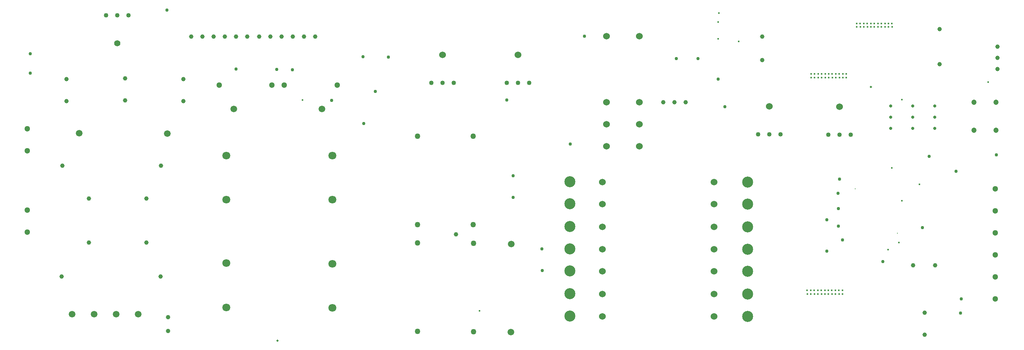
<source format=gbr>
%TF.GenerationSoftware,Altium Limited,Altium Designer,24.3.1 (35)*%
G04 Layer_Color=0*
%FSLAX43Y43*%
%MOMM*%
%TF.SameCoordinates,2EF1D394-34E5-4190-8ABA-250447B0B6E5*%
%TF.FilePolarity,Positive*%
%TF.FileFunction,Plated,1,2,PTH,Drill*%
%TF.Part,Single*%
G01*
G75*
%TA.AperFunction,ComponentDrill*%
%ADD140C,0.762*%
%ADD141C,1.270*%
%ADD142C,1.524*%
%ADD143C,2.500*%
%ADD144C,1.800*%
%ADD145C,1.200*%
%ADD146C,1.000*%
%ADD147C,1.000*%
%ADD148C,1.500*%
%ADD149C,0.762*%
%ADD150C,1.300*%
%ADD151C,1.016*%
%ADD152C,1.397*%
%ADD153C,1.500*%
%ADD154C,1.524*%
%ADD155C,1.300*%
%ADD156C,0.700*%
%ADD157C,0.750*%
%TA.AperFunction,ViaDrill,NotFilled*%
%ADD158C,1.000*%
%ADD159C,0.400*%
%ADD160C,0.500*%
%ADD161C,0.300*%
D140*
X114675Y35725D02*
D03*
Y40675D02*
D03*
X162750Y56350D02*
D03*
X5225Y68325D02*
D03*
X5239Y63925D02*
D03*
X86448Y67625D02*
D03*
X51875Y64925D02*
D03*
X127650Y47875D02*
D03*
X80875Y52525D02*
D03*
X61125Y64778D02*
D03*
X198550Y21175D02*
D03*
X130900Y72325D02*
D03*
X64646Y64757D02*
D03*
X121275Y19150D02*
D03*
X121225Y24100D02*
D03*
X188725Y39952D02*
D03*
X189365Y26070D02*
D03*
X215125Y41725D02*
D03*
X113227Y57825D02*
D03*
X207489Y28895D02*
D03*
X188464Y29250D02*
D03*
X224250Y45403D02*
D03*
X161149Y62575D02*
D03*
X188389Y36677D02*
D03*
X188414Y33189D02*
D03*
X209025Y45100D02*
D03*
D141*
X105667Y29592D02*
D03*
Y49658D02*
D03*
X93000Y25441D02*
D03*
Y5375D02*
D03*
Y49658D02*
D03*
Y29592D02*
D03*
X105725Y5271D02*
D03*
Y25337D02*
D03*
D142*
X160214Y13813D02*
D03*
Y18979D02*
D03*
Y23973D02*
D03*
Y29053D02*
D03*
Y34219D02*
D03*
Y39213D02*
D03*
X134941Y8733D02*
D03*
Y13813D02*
D03*
Y18979D02*
D03*
Y23973D02*
D03*
Y29053D02*
D03*
Y34219D02*
D03*
Y39213D02*
D03*
X160214Y8733D02*
D03*
X172800Y56400D02*
D03*
X188717Y56377D02*
D03*
X115767Y68077D02*
D03*
X98742D02*
D03*
D143*
X167834Y13813D02*
D03*
Y18979D02*
D03*
Y23973D02*
D03*
Y29053D02*
D03*
Y34219D02*
D03*
Y39213D02*
D03*
Y8733D02*
D03*
X127575Y13940D02*
D03*
Y19106D02*
D03*
Y24100D02*
D03*
Y29180D02*
D03*
Y34346D02*
D03*
Y39340D02*
D03*
Y8860D02*
D03*
D144*
X73700Y45275D02*
D03*
Y35275D02*
D03*
X49650Y10825D02*
D03*
Y20825D02*
D03*
Y35275D02*
D03*
Y45275D02*
D03*
X73700Y20700D02*
D03*
Y10700D02*
D03*
D145*
X224184Y51001D02*
D03*
X219184D02*
D03*
Y57351D02*
D03*
X224184D02*
D03*
D146*
X211425Y73975D02*
D03*
Y65975D02*
D03*
X171150Y66941D02*
D03*
Y72275D02*
D03*
X208000Y4600D02*
D03*
Y9600D02*
D03*
X13475Y62600D02*
D03*
Y57600D02*
D03*
X39975Y62625D02*
D03*
Y57625D02*
D03*
X26775Y57750D02*
D03*
Y62750D02*
D03*
X36500Y5450D02*
D03*
Y8550D02*
D03*
X224525Y64870D02*
D03*
Y67410D02*
D03*
Y69950D02*
D03*
D147*
X205350Y20325D02*
D03*
X210350D02*
D03*
X59631Y72250D02*
D03*
X69791D02*
D03*
X49381D02*
D03*
X51921D02*
D03*
X54461D02*
D03*
X57091D02*
D03*
X44301D02*
D03*
X62171D02*
D03*
X64711D02*
D03*
X67251D02*
D03*
X41761D02*
D03*
X46841D02*
D03*
X31525Y35525D02*
D03*
X18525D02*
D03*
X31525Y25525D02*
D03*
X18525D02*
D03*
X34875Y42975D02*
D03*
X12475D02*
D03*
X34750Y17800D02*
D03*
X12350D02*
D03*
X153790Y57375D02*
D03*
X151250D02*
D03*
X148710D02*
D03*
D148*
X29725Y9300D02*
D03*
X14725D02*
D03*
X19725D02*
D03*
X24725D02*
D03*
X114257Y25184D02*
D03*
X114207Y5209D02*
D03*
D149*
X216125Y9524D02*
D03*
X216328Y12750D02*
D03*
X83475Y59799D02*
D03*
X73517Y57776D02*
D03*
X80700Y67675D02*
D03*
X151675Y67225D02*
D03*
X156625D02*
D03*
X36225Y78300D02*
D03*
D150*
X224041Y17750D02*
D03*
Y12750D02*
D03*
X4550Y51325D02*
D03*
Y46325D02*
D03*
X4575Y32875D02*
D03*
Y27875D02*
D03*
X224041Y22750D02*
D03*
Y27750D02*
D03*
Y32675D02*
D03*
Y37675D02*
D03*
D151*
X170260Y50050D02*
D03*
X172800D02*
D03*
X175340D02*
D03*
X27525Y77050D02*
D03*
X24985D02*
D03*
X22445D02*
D03*
X186177Y50027D02*
D03*
X188717D02*
D03*
X191257D02*
D03*
X118307Y61727D02*
D03*
X115767D02*
D03*
X113227D02*
D03*
X96202D02*
D03*
X98742D02*
D03*
X101282D02*
D03*
D152*
X24985Y70700D02*
D03*
D153*
X16325Y50325D02*
D03*
X36300Y50275D02*
D03*
X51350Y55850D02*
D03*
X71325Y55800D02*
D03*
D154*
X135850Y72325D02*
D03*
X143350D02*
D03*
X135850Y57325D02*
D03*
Y52325D02*
D03*
Y47325D02*
D03*
X143350D02*
D03*
Y52325D02*
D03*
Y57325D02*
D03*
D155*
X48041Y61225D02*
D03*
X60041D02*
D03*
X62791D02*
D03*
X74791D02*
D03*
D156*
X205317Y56465D02*
D03*
Y53925D02*
D03*
Y51385D02*
D03*
X210332Y56465D02*
D03*
Y53925D02*
D03*
Y51385D02*
D03*
X200277Y56465D02*
D03*
Y53925D02*
D03*
Y51385D02*
D03*
D157*
X185800Y23600D02*
D03*
Y30700D02*
D03*
D158*
X101775Y27350D02*
D03*
D159*
X107100Y10050D02*
D03*
X183844Y63760D02*
D03*
X183044D02*
D03*
X182269D02*
D03*
X187044D02*
D03*
X184644D02*
D03*
X185444D02*
D03*
X190244D02*
D03*
X187844D02*
D03*
X189444D02*
D03*
X188644D02*
D03*
X185469Y62960D02*
D03*
X186269D02*
D03*
X187069D02*
D03*
X187869D02*
D03*
X188669D02*
D03*
X189469D02*
D03*
X190244D02*
D03*
X183869D02*
D03*
X183069D02*
D03*
X182269D02*
D03*
X199815Y74425D02*
D03*
X199015D02*
D03*
X198990Y75225D02*
D03*
X193415Y74425D02*
D03*
X194190Y75225D02*
D03*
X194990D02*
D03*
X195815Y74425D02*
D03*
X195790Y75225D02*
D03*
X196615Y74425D02*
D03*
X196590Y75225D02*
D03*
X197390D02*
D03*
X198215Y74425D02*
D03*
X198190Y75225D02*
D03*
X197415Y74425D02*
D03*
X194215D02*
D03*
X195015D02*
D03*
X184669Y62960D02*
D03*
X186244Y63760D02*
D03*
X192615Y75225D02*
D03*
X199790D02*
D03*
X200590D02*
D03*
X193390D02*
D03*
X200615Y74425D02*
D03*
X192615D02*
D03*
X202175Y25525D02*
D03*
X200522Y42434D02*
D03*
X199733Y23913D02*
D03*
X202800Y57936D02*
D03*
X222425Y61895D02*
D03*
X165825Y71150D02*
D03*
X161325Y77600D02*
D03*
X161149Y71767D02*
D03*
Y75525D02*
D03*
X206792Y38726D02*
D03*
X188600Y13825D02*
D03*
X182965Y14650D02*
D03*
X187000Y13825D02*
D03*
X189400D02*
D03*
X185400D02*
D03*
X182200D02*
D03*
X187765Y14650D02*
D03*
X183000Y13825D02*
D03*
X184565Y14650D02*
D03*
X181400Y13825D02*
D03*
X186965Y14650D02*
D03*
X183800Y13825D02*
D03*
X187800D02*
D03*
X184600D02*
D03*
X188565Y14650D02*
D03*
X189365D02*
D03*
X185365D02*
D03*
X186165D02*
D03*
X186200Y13825D02*
D03*
X183765Y14650D02*
D03*
X181365D02*
D03*
X182165D02*
D03*
X66925Y57850D02*
D03*
X202856Y35003D02*
D03*
D160*
X195850Y60800D02*
D03*
X61256Y3275D02*
D03*
D161*
X201839Y27602D02*
D03*
X192239Y37702D02*
D03*
%TF.MD5,d24f42cc52129ae4c48226a8ae68bf5c*%
M02*

</source>
